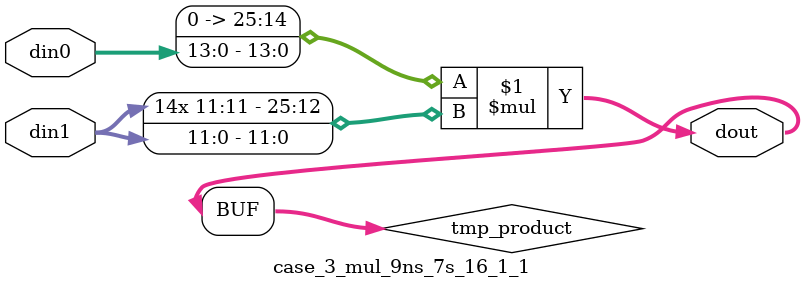
<source format=v>

`timescale 1 ns / 1 ps

 (* use_dsp = "no" *)  module case_3_mul_9ns_7s_16_1_1(din0, din1, dout);
parameter ID = 1;
parameter NUM_STAGE = 0;
parameter din0_WIDTH = 14;
parameter din1_WIDTH = 12;
parameter dout_WIDTH = 26;

input [din0_WIDTH - 1 : 0] din0; 
input [din1_WIDTH - 1 : 0] din1; 
output [dout_WIDTH - 1 : 0] dout;

wire signed [dout_WIDTH - 1 : 0] tmp_product;

























assign tmp_product = $signed({1'b0, din0}) * $signed(din1);










assign dout = tmp_product;





















endmodule

</source>
